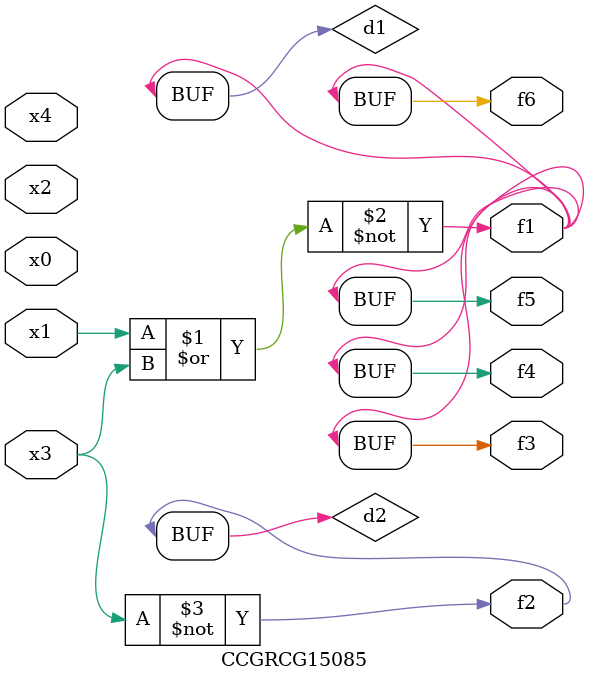
<source format=v>
module CCGRCG15085(
	input x0, x1, x2, x3, x4,
	output f1, f2, f3, f4, f5, f6
);

	wire d1, d2;

	nor (d1, x1, x3);
	not (d2, x3);
	assign f1 = d1;
	assign f2 = d2;
	assign f3 = d1;
	assign f4 = d1;
	assign f5 = d1;
	assign f6 = d1;
endmodule

</source>
